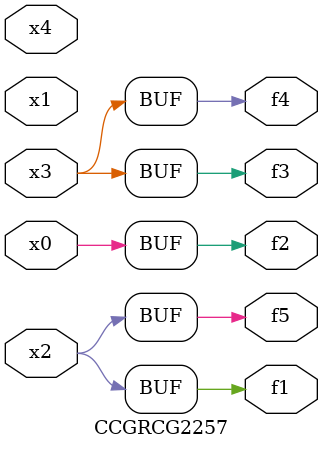
<source format=v>
module CCGRCG2257(
	input x0, x1, x2, x3, x4,
	output f1, f2, f3, f4, f5
);
	assign f1 = x2;
	assign f2 = x0;
	assign f3 = x3;
	assign f4 = x3;
	assign f5 = x2;
endmodule

</source>
